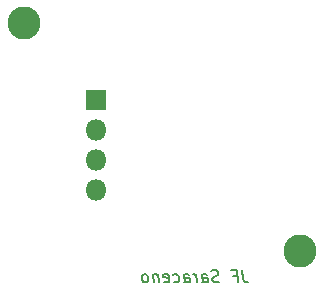
<source format=gbr>
%TF.GenerationSoftware,KiCad,Pcbnew,5.1.6-c6e7f7d~87~ubuntu18.04.1*%
%TF.CreationDate,2021-12-08T10:02:53-08:00*%
%TF.ProjectId,wien-bridge-oscillator,7769656e-2d62-4726-9964-67652d6f7363,rev?*%
%TF.SameCoordinates,Original*%
%TF.FileFunction,Soldermask,Bot*%
%TF.FilePolarity,Negative*%
%FSLAX46Y46*%
G04 Gerber Fmt 4.6, Leading zero omitted, Abs format (unit mm)*
G04 Created by KiCad (PCBNEW 5.1.6-c6e7f7d~87~ubuntu18.04.1) date 2021-12-08 10:02:53*
%MOMM*%
%LPD*%
G01*
G04 APERTURE LIST*
%ADD10C,0.150000*%
%ADD11C,2.800000*%
%ADD12O,1.800000X1.800000*%
%ADD13R,1.800000X1.800000*%
G04 APERTURE END LIST*
D10*
X167797032Y-108037380D02*
X167886318Y-108751666D01*
X167951794Y-108894523D01*
X168058937Y-108989761D01*
X168207747Y-109037380D01*
X168302985Y-109037380D01*
X167047032Y-108513571D02*
X167380366Y-108513571D01*
X167445842Y-109037380D02*
X167320842Y-108037380D01*
X166844651Y-108037380D01*
X165868461Y-108989761D02*
X165731556Y-109037380D01*
X165493461Y-109037380D01*
X165392270Y-108989761D01*
X165338699Y-108942142D01*
X165279175Y-108846904D01*
X165267270Y-108751666D01*
X165302985Y-108656428D01*
X165344651Y-108608809D01*
X165433937Y-108561190D01*
X165618461Y-108513571D01*
X165707747Y-108465952D01*
X165749413Y-108418333D01*
X165785127Y-108323095D01*
X165773223Y-108227857D01*
X165713699Y-108132619D01*
X165660127Y-108085000D01*
X165558937Y-108037380D01*
X165320842Y-108037380D01*
X165183937Y-108085000D01*
X164445842Y-109037380D02*
X164380366Y-108513571D01*
X164416080Y-108418333D01*
X164505366Y-108370714D01*
X164695842Y-108370714D01*
X164797032Y-108418333D01*
X164439889Y-108989761D02*
X164541080Y-109037380D01*
X164779175Y-109037380D01*
X164868461Y-108989761D01*
X164904175Y-108894523D01*
X164892270Y-108799285D01*
X164832747Y-108704047D01*
X164731556Y-108656428D01*
X164493461Y-108656428D01*
X164392270Y-108608809D01*
X163969651Y-109037380D02*
X163886318Y-108370714D01*
X163910127Y-108561190D02*
X163850604Y-108465952D01*
X163797032Y-108418333D01*
X163695842Y-108370714D01*
X163600604Y-108370714D01*
X162922032Y-109037380D02*
X162856556Y-108513571D01*
X162892270Y-108418333D01*
X162981556Y-108370714D01*
X163172032Y-108370714D01*
X163273223Y-108418333D01*
X162916080Y-108989761D02*
X163017270Y-109037380D01*
X163255366Y-109037380D01*
X163344651Y-108989761D01*
X163380366Y-108894523D01*
X163368461Y-108799285D01*
X163308937Y-108704047D01*
X163207747Y-108656428D01*
X162969651Y-108656428D01*
X162868461Y-108608809D01*
X162011318Y-108989761D02*
X162112508Y-109037380D01*
X162302985Y-109037380D01*
X162392270Y-108989761D01*
X162433937Y-108942142D01*
X162469651Y-108846904D01*
X162433937Y-108561190D01*
X162374413Y-108465952D01*
X162320842Y-108418333D01*
X162219651Y-108370714D01*
X162029175Y-108370714D01*
X161939889Y-108418333D01*
X161201794Y-108989761D02*
X161302985Y-109037380D01*
X161493461Y-109037380D01*
X161582747Y-108989761D01*
X161618461Y-108894523D01*
X161570842Y-108513571D01*
X161511318Y-108418333D01*
X161410127Y-108370714D01*
X161219651Y-108370714D01*
X161130366Y-108418333D01*
X161094651Y-108513571D01*
X161106556Y-108608809D01*
X161594651Y-108704047D01*
X160648223Y-108370714D02*
X160731556Y-109037380D01*
X160660127Y-108465952D02*
X160606556Y-108418333D01*
X160505366Y-108370714D01*
X160362508Y-108370714D01*
X160273223Y-108418333D01*
X160237508Y-108513571D01*
X160302985Y-109037380D01*
X159683937Y-109037380D02*
X159773223Y-108989761D01*
X159814889Y-108942142D01*
X159850604Y-108846904D01*
X159814889Y-108561190D01*
X159755366Y-108465952D01*
X159701794Y-108418333D01*
X159600604Y-108370714D01*
X159457747Y-108370714D01*
X159368461Y-108418333D01*
X159326794Y-108465952D01*
X159291080Y-108561190D01*
X159326794Y-108846904D01*
X159386318Y-108942142D01*
X159439889Y-108989761D01*
X159541080Y-109037380D01*
X159683937Y-109037380D01*
D11*
%TO.C,H2*%
X172720000Y-106426000D03*
%TD*%
%TO.C,H1*%
X149352000Y-87122000D03*
%TD*%
D12*
%TO.C,J2*%
X155448000Y-101219000D03*
X155448000Y-98679000D03*
X155448000Y-96139000D03*
D13*
X155448000Y-93599000D03*
%TD*%
M02*

</source>
